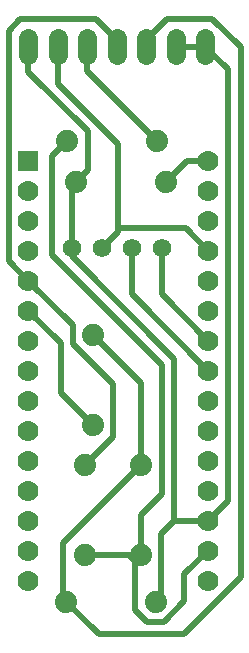
<source format=gbl>
G04 Layer: BottomLayer*
G04 EasyEDA v6.4.25, 2022-02-04T10:32:35+01:00*
G04 956263b731bf459f90372ec277b1d7cd,10*
G04 Gerber Generator version 0.2*
G04 Scale: 100 percent, Rotated: No, Reflected: No *
G04 Dimensions in millimeters *
G04 leading zeros omitted , absolute positions ,4 integer and 5 decimal *
%FSLAX45Y45*%
%MOMM*%

%ADD11R,1.7780X1.7780*%
%ADD12C,1.7780*%
%ADD13C,1.5748*%
%ADD14C,1.8796*%
%ADD15C,1.6000*%
%ADD16C,0.5000*%

%LPD*%
D16*
X1811401Y-444500D02*
G01*
X1811401Y-388162D01*
X1990750Y-208813D01*
X2370607Y-208813D01*
X2610688Y-448894D01*
X2610688Y-4938420D01*
X2126919Y-5422188D01*
X1408988Y-5422188D01*
X1130300Y-5143500D01*
X1765300Y-3987800D02*
G01*
X1765300Y-3289300D01*
X1358900Y-2882900D01*
X1765300Y-3987800D02*
G01*
X1105255Y-4647844D01*
X1105255Y-5118455D01*
X1130300Y-5143500D01*
X2336800Y-2933700D02*
G01*
X1943100Y-2540000D01*
X1943100Y-2146300D01*
X812800Y-2679700D02*
G01*
X1088999Y-2955899D01*
X1088999Y-3374999D01*
X1358900Y-3644900D01*
X1689100Y-2146300D02*
G01*
X1689100Y-2540000D01*
X2336800Y-3187700D01*
X1905000Y-1244600D02*
G01*
X1311402Y-651002D01*
X1311402Y-444500D01*
X1569415Y-1981479D02*
G01*
X2146579Y-1981479D01*
X2336800Y-2171700D01*
X1435100Y-2146300D02*
G01*
X1569415Y-2011984D01*
X1569415Y-1981479D01*
X1569415Y-1981479D02*
G01*
X1569415Y-1271244D01*
X1061389Y-763219D01*
X1061389Y-444500D01*
X1765300Y-4749800D02*
G01*
X1714855Y-4800244D01*
X1714855Y-4800244D02*
G01*
X1714855Y-5210784D01*
X1817293Y-5313222D01*
X1964258Y-5313222D01*
X2134844Y-5142636D01*
X2134844Y-4913655D01*
X2336800Y-4711700D01*
X1295400Y-4749800D02*
G01*
X1664411Y-4749800D01*
X1714855Y-4800244D01*
X1143000Y-1244600D02*
G01*
X1016736Y-1370863D01*
X1016736Y-2209393D01*
X1944801Y-3137458D01*
X1944801Y-4233418D01*
X1765300Y-4412919D01*
X1765300Y-4749800D01*
X1561388Y-444500D02*
G01*
X1561388Y-389026D01*
X1384020Y-211658D01*
X745744Y-211658D01*
X648614Y-308787D01*
X648614Y-2261514D01*
X812800Y-2425700D01*
X1295400Y-3987800D02*
G01*
X1532102Y-3751097D01*
X1532102Y-3301441D01*
X1189659Y-2958998D01*
X1189659Y-2802559D01*
X812800Y-2425700D01*
X1181100Y-2146300D02*
G01*
X1181100Y-1625600D01*
X1219200Y-1587500D01*
X1219200Y-1587500D02*
G01*
X1315542Y-1491157D01*
X1315542Y-1161999D01*
X811403Y-657860D01*
X811403Y-444500D01*
X2311400Y-444500D02*
G01*
X2501239Y-634339D01*
X2501239Y-4293260D01*
X2336800Y-4457700D01*
X2061387Y-444500D02*
G01*
X2311400Y-444500D01*
X2047392Y-4457700D02*
G01*
X2336800Y-4457700D01*
X1892300Y-5143500D02*
G01*
X1934540Y-5101259D01*
X1934540Y-4570552D01*
X2047392Y-4457700D01*
X2047392Y-4457700D02*
G01*
X2047392Y-3087446D01*
X1181100Y-2221153D01*
X1181100Y-2146300D01*
X1981200Y-1587500D02*
G01*
X2159000Y-1409700D01*
X2336800Y-1409700D01*
D11*
G01*
X812800Y-1409700D03*
D12*
G01*
X812800Y-1663700D03*
G01*
X812800Y-1917700D03*
G01*
X812800Y-2171700D03*
G01*
X812800Y-2425700D03*
G01*
X812800Y-2679700D03*
G01*
X812800Y-2933700D03*
G01*
X812800Y-3187700D03*
G01*
X812800Y-3441700D03*
G01*
X812800Y-3695700D03*
G01*
X812800Y-3949700D03*
G01*
X812800Y-4203700D03*
G01*
X812800Y-4457700D03*
G01*
X812800Y-4711700D03*
G01*
X812800Y-4965700D03*
G01*
X2336800Y-1409700D03*
G01*
X2336800Y-1663700D03*
G01*
X2336800Y-1917700D03*
G01*
X2336800Y-2171700D03*
G01*
X2336800Y-2425700D03*
G01*
X2336800Y-2679700D03*
G01*
X2336800Y-2933700D03*
G01*
X2336800Y-3187700D03*
G01*
X2336800Y-3441700D03*
G01*
X2336800Y-3695700D03*
G01*
X2336800Y-3949700D03*
G01*
X2336800Y-4203700D03*
G01*
X2336800Y-4457700D03*
G01*
X2336800Y-4711700D03*
G01*
X2336800Y-4965700D03*
D13*
G01*
X1435100Y-2146300D03*
G01*
X1689100Y-2146300D03*
G01*
X1943100Y-2146300D03*
G01*
X1181100Y-2146300D03*
D14*
G01*
X1981200Y-1587500D03*
G01*
X1219200Y-1587500D03*
G01*
X1143000Y-1244600D03*
G01*
X1905000Y-1244600D03*
G01*
X1295400Y-4749800D03*
G01*
X1295400Y-3987800D03*
G01*
X1765300Y-4749800D03*
G01*
X1765300Y-3987800D03*
G01*
X1130300Y-5143500D03*
G01*
X1892300Y-5143500D03*
G01*
X1358900Y-3644900D03*
G01*
X1358900Y-2882900D03*
D15*
X2311400Y-514499D02*
G01*
X2311400Y-374500D01*
X2061387Y-514499D02*
G01*
X2061387Y-374500D01*
X1811401Y-514499D02*
G01*
X1811401Y-374500D01*
X1561388Y-514499D02*
G01*
X1561388Y-374500D01*
X1311402Y-514499D02*
G01*
X1311402Y-374500D01*
X1061389Y-514499D02*
G01*
X1061389Y-374500D01*
X811403Y-514499D02*
G01*
X811403Y-374500D01*
M02*

</source>
